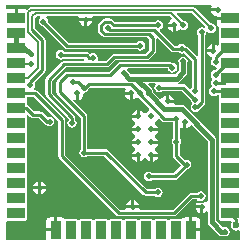
<source format=gtl>
G04 Layer_Physical_Order=1*
G04 Layer_Color=255*
%FSAX44Y44*%
%MOMM*%
G71*
G01*
G75*
%ADD10R,1.5000X0.9000*%
%ADD11R,1.5000X0.9500*%
%ADD12R,0.9500X1.5000*%
%ADD13C,0.2540*%
%ADD14C,0.2500*%
%ADD15C,0.2000*%
%ADD16C,0.4000*%
%ADD17C,0.5000*%
%ADD18C,0.6000*%
G36*
X01039636Y00900760D02*
X01039692Y00900455D01*
X01039471Y00900214D01*
X01038196Y00899928D01*
X01038061Y00900018D01*
X01036500Y00900328D01*
X01034939Y00900018D01*
X01033616Y00899134D01*
X01032732Y00897811D01*
X01032422Y00896250D01*
X01032732Y00894689D01*
X01033616Y00893366D01*
X01033676Y00893326D01*
Y00876449D01*
X01032406Y00875923D01*
X01024332Y00883997D01*
X01023415Y00884609D01*
X01022726Y00884746D01*
X01022634Y00884884D01*
X01021311Y00885768D01*
X01019750Y00886078D01*
X01018189Y00885768D01*
X01016866Y00884884D01*
X01016826Y00884824D01*
X01013379D01*
X01001177Y00897027D01*
X01001549Y00898450D01*
X01002546Y00899116D01*
X01003430Y00900439D01*
X01003740Y00902000D01*
X01003430Y00903561D01*
X01002546Y00904884D01*
X01001223Y00905768D01*
X00999662Y00906078D01*
X00998102Y00905768D01*
X00996778Y00904884D01*
X00996725Y00904804D01*
X00963177D01*
X00960954Y00907027D01*
X00960044Y00907634D01*
X00958971Y00907848D01*
X00954622D01*
X00953549Y00907634D01*
X00952639Y00907027D01*
X00949564Y00903951D01*
X00948956Y00903042D01*
X00948743Y00901969D01*
Y00897453D01*
X00948956Y00896380D01*
X00949564Y00895471D01*
X00952474Y00892561D01*
X00953383Y00891954D01*
X00954456Y00891740D01*
X00990545D01*
X00992196Y00890089D01*
Y00881411D01*
X00988839Y00878054D01*
X00962289D01*
X00961216Y00877840D01*
X00960307Y00877233D01*
X00955095Y00872020D01*
X00949088D01*
X00948344Y00873290D01*
X00948578Y00874467D01*
X00948268Y00876027D01*
X00947384Y00877350D01*
X00946061Y00878234D01*
X00944500Y00878545D01*
X00942939Y00878234D01*
X00941932Y00877562D01*
X00940997Y00878497D01*
X00940081Y00879109D01*
X00939000Y00879324D01*
X00939000Y00879324D01*
X00920258D01*
X00919884Y00879884D01*
X00918561Y00880768D01*
X00917000Y00881078D01*
X00915439Y00880768D01*
X00914116Y00879884D01*
X00913232Y00878561D01*
X00912922Y00877000D01*
X00913232Y00875439D01*
X00914116Y00874116D01*
X00915439Y00873232D01*
X00917000Y00872922D01*
X00918561Y00873232D01*
X00919225Y00873676D01*
X00936953D01*
X00937188Y00873324D01*
X00936509Y00872054D01*
X00920250D01*
X00919177Y00871840D01*
X00918267Y00871233D01*
X00905017Y00857983D01*
X00904410Y00857073D01*
X00904196Y00856000D01*
Y00843500D01*
X00904410Y00842427D01*
X00905017Y00841517D01*
X00923283Y00823252D01*
X00923866Y00822134D01*
X00922982Y00820811D01*
X00922672Y00819250D01*
X00922982Y00817689D01*
X00923866Y00816366D01*
X00925189Y00815482D01*
X00926750Y00815172D01*
X00928311Y00815482D01*
X00929634Y00816366D01*
X00930518Y00817689D01*
X00930828Y00819250D01*
X00930518Y00820811D01*
X00929634Y00822134D01*
X00929554Y00822187D01*
Y00823750D01*
X00929340Y00824823D01*
X00928733Y00825733D01*
X00909804Y00844661D01*
Y00854839D01*
X00921411Y00866446D01*
X00942158D01*
X00942325Y00866413D01*
X00956256D01*
X00957329Y00866626D01*
X00958239Y00867234D01*
X00963451Y00872446D01*
X00990000D01*
X00991073Y00872660D01*
X00991983Y00873267D01*
X00996983Y00878267D01*
X00997590Y00879177D01*
X00997804Y00880250D01*
Y00890615D01*
X00999074Y00891141D01*
X01010212Y00880003D01*
X01010212Y00880003D01*
X01011128Y00879391D01*
X01012209Y00879176D01*
X01016826D01*
X01016866Y00879116D01*
X01018189Y00878232D01*
X01019750Y00877922D01*
X01021311Y00878232D01*
X01021789Y00878552D01*
X01028399Y00871942D01*
Y00849606D01*
X01028339Y00849566D01*
X01027592Y00848448D01*
X01026216Y00848028D01*
X01022997Y00851247D01*
X01022081Y00851859D01*
X01021000Y00852074D01*
X01021000Y00852074D01*
X01016194D01*
X01016069Y00853344D01*
X01016616Y00853453D01*
X01017773Y00854227D01*
X01023273Y00859727D01*
X01024047Y00860884D01*
X01024319Y00862250D01*
X01024301Y00862339D01*
Y00869601D01*
X01024500Y00869899D01*
X01024811Y00871460D01*
X01024500Y00873021D01*
X01023616Y00874344D01*
X01022293Y00875228D01*
X01020732Y00875538D01*
X01019172Y00875228D01*
X01017848Y00874344D01*
X01016964Y00873021D01*
X01016654Y00871460D01*
X01016964Y00869899D01*
X01017164Y00869601D01*
Y00863710D01*
X01013772Y00860319D01*
X00976478D01*
X00974338Y00862459D01*
X00974268Y00862811D01*
X00973384Y00864134D01*
X00973351Y00864156D01*
X00973736Y00865426D01*
X01007786D01*
X01007982Y00864439D01*
X01008866Y00863116D01*
X01010189Y00862232D01*
X01011750Y00861922D01*
X01013311Y00862232D01*
X01014634Y00863116D01*
X01015518Y00864439D01*
X01015828Y00866000D01*
X01015518Y00867561D01*
X01014634Y00868884D01*
X01013311Y00869768D01*
X01011750Y00870078D01*
X01011680Y00870064D01*
X01011497Y00870247D01*
X01010581Y00870859D01*
X01009500Y00871074D01*
X01009500Y00871074D01*
X00967250D01*
X00967250Y00871074D01*
X00966169Y00870859D01*
X00965253Y00870247D01*
X00965253Y00870247D01*
X00957830Y00862824D01*
X00922300D01*
X00921220Y00862609D01*
X00920303Y00861997D01*
X00920303Y00861997D01*
X00914253Y00855947D01*
X00913641Y00855030D01*
X00913426Y00853950D01*
X00913426Y00853949D01*
Y00845750D01*
X00913426Y00845750D01*
X00913641Y00844669D01*
X00914253Y00843753D01*
X00934176Y00823830D01*
Y00797174D01*
X00934116Y00797134D01*
X00933232Y00795811D01*
X00932922Y00794250D01*
X00933232Y00792689D01*
X00934116Y00791366D01*
X00935439Y00790482D01*
X00937000Y00790172D01*
X00938561Y00790482D01*
X00939884Y00791366D01*
X00939924Y00791426D01*
X00954080D01*
X00987003Y00758503D01*
X00987919Y00757891D01*
X00989000Y00757676D01*
X00996576D01*
X00996616Y00757616D01*
X00997939Y00756732D01*
X00999500Y00756422D01*
X01001061Y00756732D01*
X01002384Y00757616D01*
X01003268Y00758939D01*
X01003578Y00760500D01*
X01003268Y00762061D01*
X01002384Y00763384D01*
X01001061Y00764268D01*
X00999500Y00764578D01*
X00997939Y00764268D01*
X00996616Y00763384D01*
X00996576Y00763324D01*
X00990170D01*
X00957247Y00796247D01*
X00956331Y00796859D01*
X00955250Y00797074D01*
X00955250Y00797074D01*
X00939924D01*
X00939884Y00797134D01*
X00939824Y00797174D01*
Y00825000D01*
X00939609Y00826081D01*
X00938997Y00826997D01*
X00927428Y00838566D01*
X00928238Y00839552D01*
X00928899Y00839110D01*
X00929795Y00838932D01*
Y00844291D01*
X00932295D01*
Y00838932D01*
X00933191Y00839110D01*
X00935011Y00840326D01*
X00936226Y00842145D01*
X00936653Y00844291D01*
X00937776Y00845158D01*
X00938356Y00845274D01*
X00939680Y00846158D01*
X00940564Y00847481D01*
X00940625Y00847790D01*
X00942011Y00849176D01*
X00971736D01*
X00972411Y00847906D01*
X00971569Y00846646D01*
X00971391Y00845750D01*
X00976750D01*
Y00844500D01*
X00978000D01*
Y00839141D01*
X00978896Y00839319D01*
X00980715Y00840535D01*
X00981416Y00841583D01*
X00982689Y00840732D01*
X00983107Y00840649D01*
X00992252Y00831504D01*
X00991982Y00830296D01*
X00991809Y00830151D01*
X00990035Y00828965D01*
X00989249Y00827790D01*
X00987751D01*
X00986965Y00828965D01*
X00985146Y00830181D01*
X00984250Y00830359D01*
Y00825000D01*
X00983000D01*
Y00823750D01*
X00977641D01*
X00977819Y00822854D01*
X00979035Y00821035D01*
X00980210Y00820249D01*
Y00818751D01*
X00979035Y00817965D01*
X00977819Y00816146D01*
X00977641Y00815250D01*
X00983000D01*
Y00812750D01*
X00977641D01*
X00977819Y00811854D01*
X00979035Y00810035D01*
X00980210Y00809249D01*
Y00807751D01*
X00979035Y00806965D01*
X00977819Y00805146D01*
X00977641Y00804250D01*
X00983000D01*
Y00801750D01*
X00977641D01*
X00977819Y00800854D01*
X00979035Y00799035D01*
X00980210Y00798249D01*
Y00796751D01*
X00979035Y00795965D01*
X00977819Y00794146D01*
X00977641Y00793250D01*
X00983000D01*
Y00792000D01*
X00984250D01*
Y00786641D01*
X00985146Y00786819D01*
X00986965Y00788035D01*
X00987751Y00789210D01*
X00989249D01*
X00990035Y00788035D01*
X00991854Y00786819D01*
X00992750Y00786641D01*
Y00792000D01*
X00994000D01*
Y00793250D01*
X00999359D01*
X00999181Y00794146D01*
X00997965Y00795965D01*
X00996790Y00796751D01*
Y00798249D01*
X00997965Y00799035D01*
X00999181Y00800854D01*
X00999359Y00801750D01*
X00994000D01*
Y00804250D01*
X00999359D01*
X00999181Y00805146D01*
X00997965Y00806965D01*
X00996790Y00807751D01*
Y00809249D01*
X00997965Y00810035D01*
X00999181Y00811854D01*
X00999359Y00812750D01*
X00994000D01*
Y00815250D01*
X00999359D01*
X00999181Y00816146D01*
X00997965Y00817965D01*
X00996790Y00818751D01*
Y00820249D01*
X00997965Y00821035D01*
X00999151Y00822809D01*
X00999296Y00822983D01*
X01000504Y00823252D01*
X01003003Y00820753D01*
X01003919Y00820141D01*
X01005000Y00819926D01*
X01012076D01*
X01012116Y00819866D01*
X01012225Y00819794D01*
Y00806473D01*
X01012165Y00806433D01*
X01011281Y00805110D01*
X01010971Y00803549D01*
X01011281Y00801988D01*
X01012165Y00800665D01*
X01012225Y00800625D01*
Y00791276D01*
X01012225Y00791276D01*
X01012440Y00790195D01*
X01013052Y00789279D01*
X01019044Y00783288D01*
X01012580Y00776824D01*
X00994674D01*
X00994634Y00776884D01*
X00993311Y00777768D01*
X00991750Y00778078D01*
X00990189Y00777768D01*
X00988866Y00776884D01*
X00987982Y00775561D01*
X00987672Y00774000D01*
X00987982Y00772439D01*
X00988866Y00771116D01*
X00990189Y00770232D01*
X00991750Y00769922D01*
X00993311Y00770232D01*
X00994634Y00771116D01*
X00994674Y00771176D01*
X01013750D01*
X01013750Y00771176D01*
X01014831Y00771391D01*
X01015747Y00772003D01*
X01023680Y00779936D01*
X01023750Y00779922D01*
X01025311Y00780232D01*
X01026634Y00781116D01*
X01027518Y00782439D01*
X01027828Y00784000D01*
X01027518Y00785561D01*
X01026634Y00786884D01*
X01025311Y00787768D01*
X01023750Y00788078D01*
X01022491Y00787828D01*
X01017873Y00792446D01*
Y00800625D01*
X01017933Y00800665D01*
X01018817Y00801988D01*
X01019127Y00803549D01*
X01018817Y00805110D01*
X01017933Y00806433D01*
X01017873Y00806473D01*
Y00814615D01*
X01019143Y00815294D01*
X01019854Y00814819D01*
X01020750Y00814641D01*
Y00820000D01*
X01023250D01*
Y00814641D01*
X01024146Y00814819D01*
X01025965Y00816035D01*
X01026629Y00817028D01*
X01028248Y00817205D01*
X01041681Y00803772D01*
Y00753131D01*
X01040411Y00752668D01*
X01039191Y00753484D01*
X01039062Y00753717D01*
X01038853Y00754580D01*
X01038834Y00754988D01*
X01039457Y00755921D01*
X01039768Y00757482D01*
X01039457Y00759043D01*
X01038573Y00760366D01*
X01037250Y00761250D01*
X01035689Y00761560D01*
X01034128Y00761250D01*
X01032805Y00760366D01*
X01032766Y00760306D01*
X01027590D01*
X01027500Y00760324D01*
X01026419Y00760109D01*
X01025503Y00759497D01*
X01025503Y00759497D01*
X01011830Y00745824D01*
X00984238D01*
X00983328Y00747094D01*
X00983359Y00747250D01*
X00972641D01*
X00972672Y00747094D01*
X00971762Y00745824D01*
X00967420D01*
X00920824Y00792420D01*
Y00822000D01*
X00920824Y00822000D01*
X00920609Y00823081D01*
X00919997Y00823997D01*
X00919997Y00823997D01*
X00897497Y00846497D01*
X00896581Y00847109D01*
X00895500Y00847324D01*
X00895500Y00847324D01*
X00895099D01*
X00894799Y00847762D01*
X00894536Y00848594D01*
X00895268Y00849689D01*
X00895578Y00851250D01*
X00895268Y00852811D01*
X00894782Y00853538D01*
X00903497Y00862253D01*
X00904109Y00863169D01*
X00904324Y00864250D01*
X00904324Y00864250D01*
Y00889615D01*
X00904324Y00889615D01*
X00904109Y00890696D01*
X00903497Y00891612D01*
X00903497Y00891612D01*
X00895779Y00899330D01*
Y00908424D01*
X00896906Y00909551D01*
X00899601D01*
X00899986Y00908281D01*
X00899616Y00908034D01*
X00898732Y00906711D01*
X00898422Y00905150D01*
X00898732Y00903589D01*
X00899616Y00902266D01*
X00900939Y00901382D01*
X00901794Y00901212D01*
X00920443Y00882563D01*
X00920443Y00882563D01*
X00921359Y00881951D01*
X00922440Y00881736D01*
X00922440Y00881736D01*
X00981766D01*
X00981806Y00881676D01*
X00983129Y00880792D01*
X00984690Y00880482D01*
X00986251Y00880792D01*
X00987574Y00881676D01*
X00988458Y00882999D01*
X00988768Y00884560D01*
X00988458Y00886121D01*
X00987574Y00887444D01*
X00986251Y00888328D01*
X00984690Y00888638D01*
X00983129Y00888328D01*
X00981806Y00887444D01*
X00981766Y00887384D01*
X00923610D01*
X00906457Y00904538D01*
X00906578Y00905150D01*
X00906268Y00906711D01*
X00905384Y00908034D01*
X00905014Y00908281D01*
X00905399Y00909551D01*
X00932096D01*
X00932947Y00908281D01*
X00932891Y00908000D01*
X00943609D01*
X00943553Y00908281D01*
X00944404Y00909551D01*
X01009844D01*
X01011032Y00908363D01*
X01010693Y00906906D01*
X01009285Y00905965D01*
X01008069Y00904146D01*
X01007891Y00903250D01*
X01013250D01*
Y00902000D01*
X01014500D01*
Y00896641D01*
X01015396Y00896819D01*
X01017215Y00898035D01*
X01017321Y00898194D01*
X01019049Y00898493D01*
X01019439Y00898232D01*
X01021000Y00897922D01*
X01022561Y00898232D01*
X01023884Y00899116D01*
X01024768Y00900439D01*
X01025078Y00902000D01*
X01024768Y00903561D01*
X01023884Y00904884D01*
X01022561Y00905768D01*
X01021000Y00906078D01*
X01020605Y00906000D01*
X01015327Y00911278D01*
X01015813Y00912451D01*
X01027944D01*
X01039636Y00900760D01*
D02*
G37*
G36*
X01045124Y00917852D02*
X01044819Y00917396D01*
X01044641Y00916500D01*
X01050000D01*
Y00914000D01*
X01044641D01*
X01044819Y00913104D01*
X01046035Y00911285D01*
X01047854Y00910069D01*
X01049637Y00909714D01*
Y00909250D01*
X01060196D01*
Y00906750D01*
X01049637D01*
Y00903500D01*
X01049870Y00902329D01*
X01050533Y00901337D01*
X01051454Y00900722D01*
X01051072Y00899800D01*
Y00890800D01*
X01051548Y00889652D01*
X01051583Y00889637D01*
Y00888263D01*
X01051548Y00888248D01*
X01051072Y00887100D01*
Y00885414D01*
X01049802Y00884818D01*
X01048447Y00885724D01*
X01047551Y00885902D01*
Y00880543D01*
X01046301D01*
Y00879293D01*
X01040942D01*
X01041120Y00878397D01*
X01042336Y00876578D01*
X01044155Y00875362D01*
X01045272Y00875140D01*
X01045425Y00874671D01*
X01045573Y00873785D01*
X01044783Y00872603D01*
X01044473Y00871042D01*
X01044783Y00869482D01*
X01045667Y00868159D01*
X01046990Y00867275D01*
X01048551Y00866964D01*
X01048926Y00867039D01*
X01049551Y00865868D01*
X01047680Y00863997D01*
X01046740Y00863810D01*
X01045417Y00862926D01*
X01044533Y00861603D01*
X01044223Y00860042D01*
X01044533Y00858481D01*
X01045417Y00857158D01*
X01045296Y00855712D01*
X01044732Y00854867D01*
X01044422Y00853307D01*
X01044732Y00851746D01*
X01045189Y00851063D01*
X01045189Y00849941D01*
X01044811Y00849515D01*
X01043866Y00848884D01*
X01042982Y00847561D01*
X01042672Y00846000D01*
X01042982Y00844439D01*
X01043866Y00843116D01*
X01045189Y00842232D01*
X01046750Y00841922D01*
X01048311Y00842232D01*
X01049634Y00843116D01*
X01049674Y00843176D01*
X01051072D01*
Y00839750D01*
X01051382Y00839004D01*
X01051490Y00838150D01*
X01051382Y00837296D01*
X01051072Y00836550D01*
Y00827050D01*
X01051382Y00826304D01*
X01051490Y00825450D01*
X01051382Y00824596D01*
X01051072Y00823850D01*
Y00814350D01*
X01051382Y00813604D01*
X01051490Y00812750D01*
X01051382Y00811896D01*
X01051072Y00811150D01*
Y00801650D01*
X01051382Y00800904D01*
X01051490Y00800050D01*
X01051382Y00799196D01*
X01051072Y00798450D01*
Y00788950D01*
X01051382Y00788204D01*
X01051490Y00787350D01*
X01051382Y00786496D01*
X01051072Y00785750D01*
Y00776250D01*
X01051382Y00775504D01*
X01051490Y00774650D01*
X01051382Y00773796D01*
X01051072Y00773050D01*
Y00763550D01*
X01051382Y00762804D01*
X01051490Y00761950D01*
X01051382Y00761096D01*
X01051072Y00760350D01*
Y00750850D01*
X01051382Y00750104D01*
X01051490Y00749250D01*
X01051382Y00748396D01*
X01051072Y00747650D01*
Y00738150D01*
X01051548Y00737002D01*
X01052696Y00736526D01*
X01061084D01*
X01061763Y00735256D01*
X01061261Y00734506D01*
X01060912Y00732750D01*
X01061261Y00730994D01*
X01062256Y00729506D01*
X01063744Y00728511D01*
X01065500Y00728162D01*
X01067256Y00728511D01*
X01067562Y00728716D01*
X01068832Y00728037D01*
Y00720090D01*
X01035939D01*
X01034897Y00721360D01*
X01034905Y00721400D01*
Y00727650D01*
X01027096D01*
Y00728900D01*
X01025846D01*
Y00739459D01*
X01022346D01*
X01021176Y00739226D01*
X01020183Y00738563D01*
X01019676Y00737804D01*
X01019146Y00738024D01*
X01009646D01*
X01008498Y00737548D01*
X01007594Y00737548D01*
X01006446Y00738024D01*
X00996946D01*
X00995798Y00737548D01*
X00994894Y00737548D01*
X00993746Y00738024D01*
X00984246D01*
X00983098Y00737548D01*
X00982194Y00737548D01*
X00981046Y00738024D01*
X00971546D01*
X00970398Y00737548D01*
X00969494Y00737548D01*
X00968346Y00738024D01*
X00958846D01*
X00957698Y00737548D01*
X00956794Y00737548D01*
X00955646Y00738024D01*
X00946146D01*
X00944998Y00737548D01*
X00944094Y00737548D01*
X00942946Y00738024D01*
X00933446D01*
X00932298Y00737548D01*
X00931394Y00737548D01*
X00930246Y00738024D01*
X00920746D01*
X00920216Y00737804D01*
X00919709Y00738563D01*
X00918717Y00739226D01*
X00917546Y00739459D01*
X00914046D01*
Y00728900D01*
X00912796D01*
Y00727650D01*
X00904987D01*
Y00721400D01*
X00904995Y00721360D01*
X00903953Y00720090D01*
X00870712D01*
Y00735766D01*
X00871982Y00736615D01*
X00872196Y00736526D01*
X00887196D01*
X00888344Y00737002D01*
X00888820Y00738150D01*
Y00747650D01*
X00888511Y00748396D01*
X00888402Y00749250D01*
X00888511Y00750104D01*
X00888820Y00750850D01*
Y00760350D01*
X00888511Y00761096D01*
X00888402Y00761950D01*
X00888511Y00762804D01*
X00888820Y00763550D01*
Y00773050D01*
X00888511Y00773796D01*
X00888402Y00774650D01*
X00888511Y00775504D01*
X00888820Y00776250D01*
Y00785750D01*
X00888511Y00786496D01*
X00888402Y00787350D01*
X00888511Y00788204D01*
X00888820Y00788950D01*
Y00798450D01*
X00888511Y00799196D01*
X00888402Y00800050D01*
X00888511Y00800904D01*
X00888820Y00801650D01*
Y00811150D01*
X00888511Y00811896D01*
X00888402Y00812750D01*
X00888511Y00813604D01*
X00888820Y00814350D01*
Y00823850D01*
X00888511Y00824596D01*
X00888344Y00825902D01*
X00888363Y00825949D01*
X00889609Y00826197D01*
X00891553Y00824253D01*
X00891553Y00824253D01*
X00892469Y00823641D01*
X00893550Y00823426D01*
X00898580D01*
X00903564Y00818442D01*
X00903564Y00818442D01*
X00904480Y00817830D01*
X00904693Y00817787D01*
X00904848Y00817555D01*
X00906171Y00816671D01*
X00907732Y00816361D01*
X00909293Y00816671D01*
X00910616Y00817555D01*
X00911500Y00818878D01*
X00911810Y00820439D01*
X00911500Y00822000D01*
X00910616Y00823323D01*
X00909293Y00824207D01*
X00907732Y00824518D01*
X00906171Y00824207D01*
X00905941Y00824053D01*
X00901747Y00828247D01*
X00900831Y00828859D01*
X00899750Y00829074D01*
X00899750Y00829074D01*
X00894720D01*
X00889997Y00833797D01*
X00889081Y00834409D01*
X00888820Y00834461D01*
Y00836550D01*
X00888511Y00837296D01*
X00888402Y00838150D01*
X00888511Y00839004D01*
X00888820Y00839750D01*
Y00841676D01*
X00894330D01*
X00915176Y00820830D01*
Y00791250D01*
X00915176Y00791250D01*
X00915391Y00790169D01*
X00916003Y00789253D01*
X00964253Y00741003D01*
X00964253Y00741003D01*
X00965169Y00740391D01*
X00966250Y00740176D01*
X00966250Y00740176D01*
X01013000D01*
X01013000Y00740176D01*
X01014081Y00740391D01*
X01014997Y00741003D01*
X01028652Y00754658D01*
X01032125D01*
X01032915Y00753905D01*
X01032826Y00752493D01*
X01032785Y00752465D01*
X01031569Y00750646D01*
X01031391Y00749750D01*
X01036750D01*
Y00748500D01*
X01038000D01*
Y00743141D01*
X01038896Y00743319D01*
X01040411Y00744332D01*
X01041681Y00743869D01*
Y00735250D01*
X01041953Y00733884D01*
X01042727Y00732727D01*
X01050727Y00724727D01*
X01051884Y00723953D01*
X01053250Y00723681D01*
X01054391D01*
X01054689Y00723482D01*
X01056250Y00723172D01*
X01057811Y00723482D01*
X01059134Y00724366D01*
X01060018Y00725689D01*
X01060328Y00727250D01*
X01060018Y00728811D01*
X01059134Y00730134D01*
X01057811Y00731018D01*
X01056250Y00731328D01*
X01054689Y00731018D01*
X01054593Y00730954D01*
X01048819Y00736728D01*
Y00805250D01*
X01048547Y00806616D01*
X01047773Y00807773D01*
X01022023Y00833523D01*
X01020866Y00834297D01*
X01019500Y00834569D01*
X01013817D01*
X01013027Y00835839D01*
X01013109Y00836250D01*
X01007750D01*
Y00837500D01*
X01006500D01*
Y00842859D01*
X01005604Y00842681D01*
X01003785Y00841465D01*
X01002821Y00840022D01*
X01001377Y00839669D01*
X00995276Y00845771D01*
X00995268Y00845811D01*
X00995069Y00846109D01*
Y00846500D01*
X00994797Y00847866D01*
X00994023Y00849023D01*
X00991039Y00852008D01*
X00991525Y00853181D01*
X00996905D01*
X00997214Y00852727D01*
X00997468Y00851911D01*
X00996732Y00850811D01*
X00996422Y00849250D01*
X00996732Y00847689D01*
X00997616Y00846366D01*
X00998939Y00845482D01*
X01000500Y00845172D01*
X01002061Y00845482D01*
X01003384Y00846366D01*
X01003424Y00846426D01*
X01019830D01*
X01027186Y00839070D01*
X01027172Y00839000D01*
X01027482Y00837439D01*
X01027999Y00836666D01*
X01028366Y00835384D01*
X01027482Y00834061D01*
X01027172Y00832500D01*
X01027482Y00830939D01*
X01028366Y00829616D01*
X01029689Y00828732D01*
X01031250Y00828422D01*
X01032811Y00828732D01*
X01034134Y00829616D01*
X01035018Y00830939D01*
X01035101Y00831357D01*
X01038247Y00834503D01*
X01038247Y00834503D01*
X01038342Y00834645D01*
X01038517Y00834820D01*
X01039129Y00835736D01*
X01039344Y00836817D01*
Y00843986D01*
X01039317Y00844121D01*
Y00852229D01*
X01039324Y00852264D01*
Y00893326D01*
X01039384Y00893366D01*
X01040268Y00894689D01*
X01040522Y00895967D01*
X01041117Y00896320D01*
X01041265Y00896377D01*
X01041820Y00896480D01*
X01042939Y00895732D01*
X01044500Y00895422D01*
X01046061Y00895732D01*
X01047384Y00896616D01*
X01048268Y00897939D01*
X01048578Y00899500D01*
X01048268Y00901061D01*
X01047384Y00902384D01*
X01046061Y00903268D01*
X01044500Y00903578D01*
X01044105Y00903500D01*
X01030802Y00916802D01*
X01029976Y00917355D01*
X01029000Y00917549D01*
X00891895D01*
X00890920Y00917355D01*
X00890093Y00916802D01*
X00888516Y00915226D01*
X00888366Y00915326D01*
X00887196Y00915559D01*
X00880946D01*
Y00908000D01*
X00878446D01*
Y00915559D01*
X00872196D01*
X00871982Y00915516D01*
X00870712Y00916528D01*
Y00918972D01*
X01044525D01*
X01045124Y00917852D01*
D02*
G37*
%LPC*%
G36*
X00979250Y00753859D02*
Y00749750D01*
X00983359D01*
X00983181Y00750646D01*
X00981965Y00752465D01*
X00980146Y00753681D01*
X00979250Y00753859D01*
D02*
G37*
G36*
X00976750D02*
X00975854Y00753681D01*
X00974035Y00752465D01*
X00972819Y00750646D01*
X00972641Y00749750D01*
X00976750D01*
Y00753859D01*
D02*
G37*
G36*
X01012000Y00900750D02*
X01007891D01*
X01008069Y00899854D01*
X01009285Y00898035D01*
X01011104Y00896819D01*
X01012000Y00896641D01*
Y00900750D01*
D02*
G37*
G36*
X00943609Y00905500D02*
X00939500D01*
Y00901391D01*
X00940396Y00901569D01*
X00942215Y00902785D01*
X00943431Y00904604D01*
X00943609Y00905500D01*
D02*
G37*
G36*
X00937000D02*
X00932891D01*
X00933069Y00904604D01*
X00934285Y00902785D01*
X00936104Y00901569D01*
X00937000Y00901391D01*
Y00905500D01*
D02*
G37*
G36*
X00975500Y00843250D02*
X00971391D01*
X00971569Y00842354D01*
X00972785Y00840535D01*
X00974604Y00839319D01*
X00975500Y00839141D01*
Y00843250D01*
D02*
G37*
G36*
X00999359Y00790750D02*
X00995250D01*
Y00786641D01*
X00996146Y00786819D01*
X00997965Y00788035D01*
X00999181Y00789854D01*
X00999359Y00790750D01*
D02*
G37*
G36*
X00981750D02*
X00977641D01*
X00977819Y00789854D01*
X00979035Y00788035D01*
X00980854Y00786819D01*
X00981750Y00786641D01*
Y00790750D01*
D02*
G37*
G36*
Y00830359D02*
X00980854Y00830181D01*
X00979035Y00828965D01*
X00977819Y00827146D01*
X00977641Y00826250D01*
X00981750D01*
Y00830359D01*
D02*
G37*
G36*
X00900500Y00769859D02*
Y00765750D01*
X00904609D01*
X00904431Y00766646D01*
X00903215Y00768465D01*
X00901396Y00769681D01*
X00900500Y00769859D01*
D02*
G37*
G36*
X00898000Y00763250D02*
X00893891D01*
X00894069Y00762354D01*
X00895285Y00760535D01*
X00897104Y00759319D01*
X00898000Y00759141D01*
Y00763250D01*
D02*
G37*
G36*
Y00769859D02*
X00897104Y00769681D01*
X00895285Y00768465D01*
X00894069Y00766646D01*
X00893891Y00765750D01*
X00898000D01*
Y00769859D01*
D02*
G37*
G36*
X00904609Y00763250D02*
X00900500D01*
Y00759141D01*
X00901396Y00759319D01*
X00903215Y00760535D01*
X00904431Y00762354D01*
X00904609Y00763250D01*
D02*
G37*
G36*
X01031846Y00739459D02*
X01028346D01*
Y00730150D01*
X01034905D01*
Y00736400D01*
X01034672Y00737570D01*
X01034009Y00738563D01*
X01033017Y00739226D01*
X01031846Y00739459D01*
D02*
G37*
G36*
X00911546D02*
X00908046D01*
X00906876Y00739226D01*
X00905883Y00738563D01*
X00905220Y00737570D01*
X00904987Y00736400D01*
Y00730150D01*
X00911546D01*
Y00739459D01*
D02*
G37*
G36*
X01035500Y00747250D02*
X01031391D01*
X01031569Y00746354D01*
X01032785Y00744535D01*
X01034604Y00743319D01*
X01035500Y00743141D01*
Y00747250D01*
D02*
G37*
G36*
X01045051Y00885902D02*
X01044155Y00885724D01*
X01042336Y00884508D01*
X01041120Y00882689D01*
X01040942Y00881793D01*
X01045051D01*
Y00885902D01*
D02*
G37*
G36*
X01009000Y00842859D02*
Y00838750D01*
X01013109D01*
X01012931Y00839646D01*
X01011715Y00841465D01*
X01009896Y00842681D01*
X01009000Y00842859D01*
D02*
G37*
%LPD*%
D10*
X01060196Y00908000D02*
D03*
Y00895300D02*
D03*
Y00882600D02*
D03*
X00879696D02*
D03*
Y00895300D02*
D03*
Y00908000D02*
D03*
D11*
X01060196Y00869900D02*
D03*
Y00857200D02*
D03*
Y00844500D02*
D03*
Y00831800D02*
D03*
Y00819100D02*
D03*
Y00806400D02*
D03*
Y00793700D02*
D03*
Y00781000D02*
D03*
Y00768300D02*
D03*
Y00755600D02*
D03*
Y00742900D02*
D03*
X00879696D02*
D03*
Y00755600D02*
D03*
Y00768300D02*
D03*
Y00781000D02*
D03*
Y00793700D02*
D03*
Y00806400D02*
D03*
Y00819100D02*
D03*
Y00831800D02*
D03*
Y00844500D02*
D03*
Y00857200D02*
D03*
Y00869900D02*
D03*
D12*
X01027096Y00728900D02*
D03*
X01014396D02*
D03*
X01001696D02*
D03*
X00988996D02*
D03*
X00976296D02*
D03*
X00963596D02*
D03*
X00950896D02*
D03*
X00938196D02*
D03*
X00925496D02*
D03*
X00912796D02*
D03*
D13*
X01057096Y00868500D02*
X01059346Y00870750D01*
X01056177Y00868500D02*
X01057096D01*
X01048301Y00860624D02*
X01056177Y00868500D01*
X01012209Y00882000D02*
X01019750D01*
X00996245Y00897964D02*
X01012209Y00882000D01*
X00958627Y00897964D02*
X00996245D01*
X00956797Y00899794D02*
X00958627Y00897964D01*
X00902500Y00904500D02*
Y00905150D01*
X00901500Y00864250D02*
Y00889615D01*
X00893230Y00897885D02*
X00901500Y00889615D01*
X00902500Y00904500D02*
X00922440Y00884560D01*
X00891500Y00854250D02*
X00901500Y00864250D01*
X00891500Y00851250D02*
Y00854250D01*
X00922440Y00884560D02*
X00984690D01*
X00940841Y00852000D02*
X00976750D01*
X00936796Y00847954D02*
X00940841Y00852000D01*
X00976750D02*
X00984250Y00844500D01*
X00955250Y00794250D02*
X00989000Y00760500D01*
X00999500D01*
X00966250Y00743000D02*
X01013000D01*
X00918000Y00791250D02*
X00966250Y00743000D01*
X01027518Y00757482D02*
X01035689D01*
X01027500Y00757500D02*
X01027518Y00757482D01*
X01013000Y00743000D02*
X01027500Y00757500D01*
X01031250Y00832500D02*
X01032250D01*
X00967250Y00868250D02*
X01009500D01*
X00959000Y00860000D02*
X00967250Y00868250D01*
X00922300Y00860000D02*
X00959000D01*
X01009500Y00868250D02*
X01011750Y00866000D01*
X00937000Y00794250D02*
Y00825000D01*
X00916250Y00845750D02*
X00937000Y00825000D01*
X00916250Y00845750D02*
Y00853950D01*
X00931545Y00854292D02*
X00936796Y00849041D01*
Y00847954D02*
Y00849041D01*
X00927545Y00854292D02*
X00931545D01*
X00916250Y00853950D02*
X00922300Y00860000D01*
X01021000Y00849250D02*
X01031250Y00839000D01*
X01000500Y00849250D02*
X01021000D01*
X00984250Y00843500D02*
X01005000Y00822750D01*
X00984250Y00843500D02*
Y00844500D01*
X01005000Y00822750D02*
X01015000D01*
X01048696Y00875446D02*
X01055850Y00882600D01*
X01060196D01*
X01048696Y00873233D02*
Y00875446D01*
X01036500Y00852264D02*
Y00896250D01*
X01022335Y00882000D02*
X01031250Y00873085D01*
X01031223Y00873058D02*
X01031250Y00873085D01*
X01031223Y00846682D02*
Y00873058D01*
X01036493Y00852257D02*
X01036500Y00852264D01*
X01036493Y00843960D02*
Y00852257D01*
Y00843960D02*
X01036520Y00843986D01*
Y00836817D02*
Y00843986D01*
X01036250Y00836547D02*
X01036520Y00836817D01*
X01036250Y00836500D02*
Y00836547D01*
X01032250Y00832500D02*
X01036250Y00836500D01*
X01048551Y00871042D02*
Y00873088D01*
X01048696Y00873233D01*
X01048301Y00860042D02*
Y00860624D01*
X01048500Y00853307D02*
X01055219D01*
X01059204Y00857292D01*
X01019750Y00882000D02*
X01022335D01*
X01046750Y00846000D02*
X01058696D01*
X01060196Y00844500D01*
X01059746Y00856750D02*
X01060196Y00857200D01*
X01015049Y00791276D02*
Y00803549D01*
Y00791276D02*
X01022325Y00784000D01*
X01023750D01*
X01013750Y00774000D02*
X01023750Y00784000D01*
X00991750Y00774000D02*
X01013750D01*
X00917000Y00876500D02*
Y00877000D01*
X00937000Y00794250D02*
X00955250D01*
X01015000Y00822750D02*
X01015049Y00822701D01*
Y00803549D02*
Y00822701D01*
X01059204Y00857292D02*
X01059746Y00856750D01*
X00888000Y00831800D02*
X00893550Y00826250D01*
X00879696Y00831800D02*
X00888000D01*
X00893550Y00826250D02*
X00899750D01*
X00905561Y00820439D01*
X00907732D01*
X00879696Y00844500D02*
X00895500D01*
X00918000Y00791250D02*
Y00822000D01*
X00917000Y00876500D02*
X00939000D01*
X01065500Y00732750D02*
Y00737596D01*
X01060196Y00742900D02*
X01065500Y00737596D01*
X00895500Y00844500D02*
X00918000Y00822000D01*
X00939000Y00876500D02*
X00941033Y00874467D01*
X00944500D01*
D14*
X00962015Y00902000D02*
X00999662D01*
X00958971Y00905044D02*
X00962015Y00902000D01*
X00954622Y00905044D02*
X00958971D01*
X00951547Y00901969D02*
X00954622Y00905044D01*
X00990000Y00875250D02*
X00995000Y00880250D01*
X00962289Y00875250D02*
X00990000D01*
X00956256Y00869217D02*
X00962289Y00875250D01*
X00995000Y00880250D02*
Y00891250D01*
X00991706Y00894544D02*
X00995000Y00891250D01*
X00954456Y00894544D02*
X00991706D01*
X00942325Y00869217D02*
X00956256D01*
X00942292Y00869250D02*
X00942325Y00869217D01*
X00920250Y00869250D02*
X00942292D01*
X00907000Y00856000D02*
X00920250Y00869250D01*
X00926750Y00819250D02*
Y00823750D01*
X00907000Y00843500D02*
X00926750Y00823750D01*
X00907000Y00843500D02*
Y00856000D01*
X00951547Y00897453D02*
X00954456Y00894544D01*
X00951547Y00897453D02*
Y00901969D01*
D15*
X00898000Y00865750D02*
Y00888250D01*
X00889790Y00896460D02*
X00898000Y00888250D01*
X00893230Y00897885D02*
Y00909480D01*
X00889790Y00896460D02*
Y00912895D01*
X00893230Y00909480D02*
X00895850Y00912100D01*
X01010900D01*
X00889790Y00912895D02*
X00891895Y00915000D01*
X01029000D01*
X01010900Y00912100D02*
X01021000Y00902000D01*
X01029000Y00915000D02*
X01044500Y00899500D01*
X01037760Y00752482D02*
X01039858Y00754580D01*
X01032518Y00752482D02*
X01037760D01*
X01031750Y00753250D02*
X01032518Y00752482D01*
X00879696Y00857200D02*
X00889450D01*
X00898000Y00865750D01*
X00879696Y00869900D02*
X00886100D01*
X00885742Y00869542D02*
X00886100Y00869900D01*
X00885742Y00869542D02*
X00891794D01*
D16*
X00981250Y00856750D02*
X00991500Y00846500D01*
X00970500Y00861250D02*
X00975000Y00856750D01*
X01015250D01*
X01020750Y00862250D01*
X01020732D02*
X01020750D01*
X01020732D02*
Y00871460D01*
X01045250Y00735250D02*
Y00805250D01*
X01019500Y00831000D02*
X01045250Y00805250D01*
X01005000Y00831000D02*
X01019500D01*
X00991368Y00844632D02*
X00991500Y00844765D01*
X00879696Y00882600D02*
Y00895300D01*
Y00882600D02*
X00886400D01*
X00891750Y00877250D01*
X00991500Y00844765D02*
Y00846500D01*
Y00844250D02*
Y00844500D01*
Y00844765D01*
X00991368Y00844632D02*
X00991500Y00844500D01*
X01005000Y00831000D01*
X01045250Y00735250D02*
X01053250Y00727250D01*
X01056250D01*
D17*
X01013250Y00902000D02*
D03*
X00999662D02*
D03*
X00938250Y00906750D02*
D03*
X00902500Y00905150D02*
D03*
X01050000Y00915250D02*
D03*
X01046301Y00880543D02*
D03*
X01022000Y00820000D02*
D03*
X00976750Y00844500D02*
D03*
X00999500Y00760500D02*
D03*
X01035689Y00757482D02*
D03*
X01031250Y00832500D02*
D03*
X00899250Y00764500D02*
D03*
X01036750Y00748500D02*
D03*
X00970500Y00861250D02*
D03*
X00931045Y00844291D02*
D03*
X00936796Y00849041D02*
D03*
X00927545Y00854292D02*
D03*
X01000500Y00849250D02*
D03*
X01011750Y00866000D02*
D03*
X00956797Y00899794D02*
D03*
X01044500Y00899500D02*
D03*
X01021000Y00902000D02*
D03*
X01036500Y00896250D02*
D03*
X01031223Y00846682D02*
D03*
X01031250Y00839000D02*
D03*
X01048551Y00871042D02*
D03*
X01048301Y00860042D02*
D03*
X01048500Y00853307D02*
D03*
X01046750Y00846000D02*
D03*
X00984250Y00844500D02*
D03*
X00991500Y00844250D02*
D03*
X01023750Y00784000D02*
D03*
X00983000Y00792000D02*
D03*
X00994000D02*
D03*
X00983000Y00803000D02*
D03*
X00994000D02*
D03*
X00983000Y00814000D02*
D03*
X00994000D02*
D03*
X00983000Y00825000D02*
D03*
X00994000D02*
D03*
X01007750Y00837500D02*
D03*
X00917000Y00877000D02*
D03*
X00891750Y00877250D02*
D03*
X00978000Y00748500D02*
D03*
X00991750Y00774000D02*
D03*
X00937000Y00794250D02*
D03*
X01015000Y00822750D02*
D03*
X01015049Y00803549D02*
D03*
X01056250Y00727250D02*
D03*
X00891500Y00851250D02*
D03*
X01019750Y00882000D02*
D03*
X01020732Y00871460D02*
D03*
X00984690Y00884560D02*
D03*
X00907732Y00820439D02*
D03*
X00926750Y00819250D02*
D03*
X00891794Y00869542D02*
D03*
X00944500Y00874467D02*
D03*
D18*
X01065500Y00732750D02*
D03*
M02*

</source>
